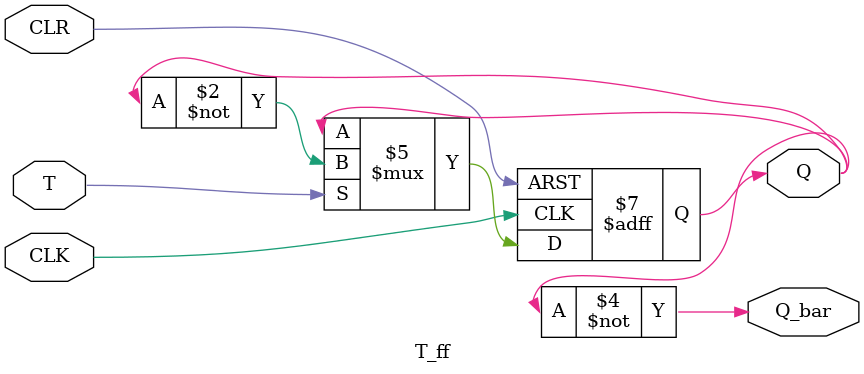
<source format=v>
module T_ff(
    input T, CLK, CLR,
    output reg Q, Q_bar
);
    always @(posedge CLK or posedge CLR) begin
        if (CLR)
            Q <= 1'b0;
        else begin
            if (T)
                Q <= ~Q;
        end
    end 

    always @(Q) begin
        Q_bar <= ~Q;
    end
endmodule
</source>
